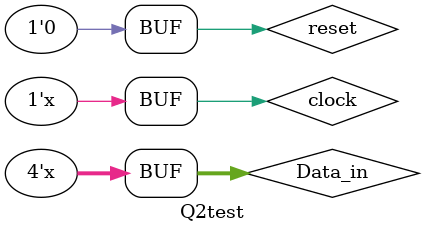
<source format=v>
`timescale 1ns / 1ps


module Q2test;

	// Inputs
	reg [3:0] Data_in;
	reg clock;
	reg reset;

	// Outputs
	wire [3:0] Data_out;

	// Instantiate the Unit Under Test (UUT)
	Q2 uut (
		.Data_in(Data_in), 
		.clock(clock), 
		.reset(reset), 
		.Data_out(Data_out)
	);

	initial begin
		// Initialize Inputs
		Data_in = 0;
		clock = 0;
		reset = 0;

		// Add stimulus here

	end
	always #50 begin
		clock = ~clock;
		Data_in = Data_in + 1;
	end
	always #100 begin
		reset = 1;
		#50;
		reset = 0;
	end
	
      
endmodule


</source>
